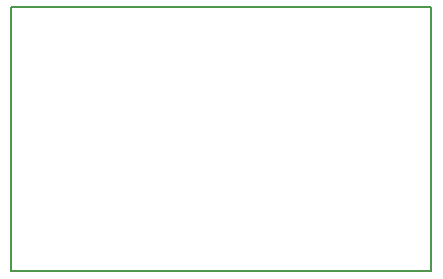
<source format=gbr>
G04 #@! TF.FileFunction,Profile,NP*
%FSLAX46Y46*%
G04 Gerber Fmt 4.6, Leading zero omitted, Abs format (unit mm)*
G04 Created by KiCad (PCBNEW 4.0.7) date 2017 November 14, Tuesday 05:37:29*
%MOMM*%
%LPD*%
G01*
G04 APERTURE LIST*
%ADD10C,0.076200*%
%ADD11C,0.150000*%
G04 APERTURE END LIST*
D10*
D11*
X170180000Y-106680000D02*
X134620000Y-106680000D01*
X134620000Y-106680000D02*
X134620000Y-84328000D01*
X170180000Y-84328000D02*
X170180000Y-106680000D01*
X134620000Y-84328000D02*
X170180000Y-84328000D01*
M02*

</source>
